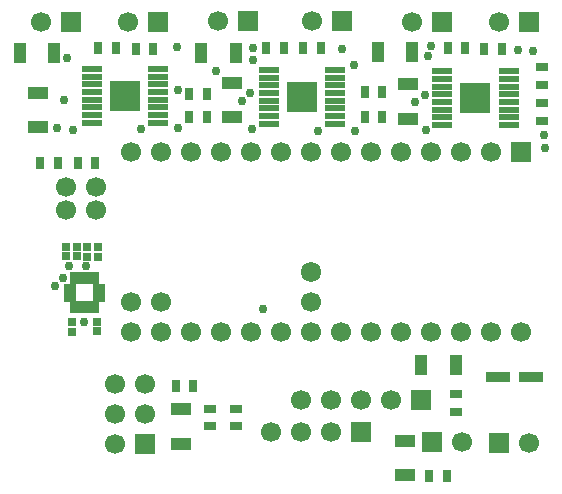
<source format=gts>
G04 Layer_Color=8388736*
%FSLAX25Y25*%
%MOIN*%
G70*
G01*
G75*
%ADD33R,0.07874X0.03347*%
%ADD34R,0.03150X0.04331*%
%ADD35R,0.04331X0.03150*%
%ADD36R,0.07087X0.04331*%
%ADD37R,0.04331X0.07087*%
%ADD38R,0.06890X0.01968*%
%ADD39R,0.09882X0.10472*%
%ADD40R,0.02835X0.02992*%
%ADD41R,0.01968X0.03937*%
%ADD42R,0.03937X0.01968*%
%ADD43R,0.02756X0.02953*%
%ADD44R,0.06693X0.06693*%
%ADD45C,0.06693*%
%ADD46R,0.06693X0.06693*%
%ADD47C,0.06787*%
%ADD48C,0.02953*%
D33*
X274606Y375984D02*
D03*
X263583D02*
D03*
D34*
X246555Y343209D02*
D03*
X240650D02*
D03*
X219185Y471126D02*
D03*
X225091D02*
D03*
X225090Y462661D02*
D03*
X219185D02*
D03*
X160720Y470437D02*
D03*
X166626D02*
D03*
X166626Y462760D02*
D03*
X160721D02*
D03*
X258949Y485594D02*
D03*
X264854D02*
D03*
X198713Y485693D02*
D03*
X204618D02*
D03*
X142807Y485594D02*
D03*
X148713D02*
D03*
X123504Y447494D02*
D03*
X129410D02*
D03*
X117000D02*
D03*
X111095D02*
D03*
X252748Y485693D02*
D03*
X246843D02*
D03*
X192309D02*
D03*
X186403D02*
D03*
X136311D02*
D03*
X130406D02*
D03*
X162008Y373228D02*
D03*
X156103D02*
D03*
D35*
X278240Y473390D02*
D03*
Y479295D02*
D03*
X278240Y467287D02*
D03*
Y461382D02*
D03*
X167618Y365551D02*
D03*
Y359646D02*
D03*
X249705Y364567D02*
D03*
Y370472D02*
D03*
X176181Y365551D02*
D03*
Y359646D02*
D03*
D36*
X232579Y343307D02*
D03*
Y354724D02*
D03*
X158071Y365354D02*
D03*
Y353937D02*
D03*
X233555Y473685D02*
D03*
Y462268D02*
D03*
X174795Y462760D02*
D03*
Y474177D02*
D03*
X110425Y459413D02*
D03*
Y470831D02*
D03*
D37*
X249508Y380020D02*
D03*
X238091D02*
D03*
X223516Y484413D02*
D03*
X234933D02*
D03*
X176173Y484118D02*
D03*
X164756D02*
D03*
X104232Y484055D02*
D03*
X115650D02*
D03*
D38*
X267118Y460102D02*
D03*
Y462661D02*
D03*
Y465220D02*
D03*
Y467779D02*
D03*
Y470339D02*
D03*
Y472898D02*
D03*
Y475457D02*
D03*
Y478016D02*
D03*
X245071Y460102D02*
D03*
Y462661D02*
D03*
Y465220D02*
D03*
Y467779D02*
D03*
Y470339D02*
D03*
Y472898D02*
D03*
Y475457D02*
D03*
Y478016D02*
D03*
X187295Y478508D02*
D03*
Y475949D02*
D03*
Y473390D02*
D03*
Y470831D02*
D03*
Y468272D02*
D03*
Y465713D02*
D03*
Y463154D02*
D03*
Y460595D02*
D03*
X209343Y478508D02*
D03*
Y475949D02*
D03*
Y473390D02*
D03*
Y470831D02*
D03*
Y468272D02*
D03*
Y465713D02*
D03*
Y463154D02*
D03*
Y460595D02*
D03*
X150287Y460890D02*
D03*
Y463449D02*
D03*
Y466008D02*
D03*
Y468567D02*
D03*
Y471126D02*
D03*
Y473685D02*
D03*
Y476244D02*
D03*
Y478803D02*
D03*
X128240Y460890D02*
D03*
Y463449D02*
D03*
Y466008D02*
D03*
Y468567D02*
D03*
Y471126D02*
D03*
Y473685D02*
D03*
Y476244D02*
D03*
Y478803D02*
D03*
D39*
X256095Y469059D02*
D03*
X198319Y469551D02*
D03*
X139264Y469846D02*
D03*
D40*
X130307Y419350D02*
D03*
Y416280D02*
D03*
X126665Y419350D02*
D03*
Y416280D02*
D03*
X129921Y394547D02*
D03*
Y391476D02*
D03*
X121555Y391280D02*
D03*
Y394350D02*
D03*
D41*
X129717Y409169D02*
D03*
X127748D02*
D03*
X125779D02*
D03*
X123811D02*
D03*
X121843D02*
D03*
Y399327D02*
D03*
X123811D02*
D03*
X125779D02*
D03*
X127748D02*
D03*
X129717D02*
D03*
D42*
X120858Y406216D02*
D03*
Y404248D02*
D03*
Y402280D02*
D03*
X130701D02*
D03*
Y404248D02*
D03*
Y406216D02*
D03*
D43*
X123122Y416437D02*
D03*
Y419390D02*
D03*
X119480Y416437D02*
D03*
Y419390D02*
D03*
D44*
X146063Y353937D02*
D03*
X271201Y450984D02*
D03*
D45*
X136063Y353937D02*
D03*
X146063Y363937D02*
D03*
X136063D02*
D03*
X146063Y373937D02*
D03*
X136063D02*
D03*
X129626Y439325D02*
D03*
X119626D02*
D03*
X129626Y431693D02*
D03*
X119626D02*
D03*
X197795Y368504D02*
D03*
X207795D02*
D03*
X217795D02*
D03*
X227795D02*
D03*
X251752Y354528D02*
D03*
X274094Y354232D02*
D03*
X111350Y494488D02*
D03*
X263811D02*
D03*
X234776D02*
D03*
X201508Y494685D02*
D03*
X170405D02*
D03*
X140386Y494488D02*
D03*
X141201Y391142D02*
D03*
X151201D02*
D03*
X161201D02*
D03*
X171201D02*
D03*
X181201D02*
D03*
X191201D02*
D03*
X201201D02*
D03*
X211201D02*
D03*
X221201D02*
D03*
X231201D02*
D03*
X241201D02*
D03*
X251201D02*
D03*
X261201D02*
D03*
X271201D02*
D03*
X141201Y450984D02*
D03*
X151201D02*
D03*
X161201D02*
D03*
X171201D02*
D03*
X181201D02*
D03*
X191201D02*
D03*
X201201D02*
D03*
X211201D02*
D03*
X221201D02*
D03*
X231201D02*
D03*
X241201D02*
D03*
X251201D02*
D03*
X261201D02*
D03*
X207913Y357776D02*
D03*
X197913D02*
D03*
X187913D02*
D03*
X201201Y401142D02*
D03*
X141201D02*
D03*
X151201D02*
D03*
D46*
X237795Y368504D02*
D03*
X241752Y354528D02*
D03*
X264094Y354232D02*
D03*
X121350Y494488D02*
D03*
X273811D02*
D03*
X244776D02*
D03*
X211508Y494685D02*
D03*
X180405D02*
D03*
X150386Y494488D02*
D03*
X217913Y357776D02*
D03*
D47*
X201201Y411142D02*
D03*
D48*
X118988Y468469D02*
D03*
X239571Y458452D02*
D03*
X116626Y459216D02*
D03*
X185433Y398917D02*
D03*
X119973Y482543D02*
D03*
X241429Y486579D02*
D03*
X181783Y485693D02*
D03*
X169480Y478114D02*
D03*
X211705Y485398D02*
D03*
X203732Y458134D02*
D03*
X275287Y484807D02*
D03*
X279134Y452362D02*
D03*
X240248Y483134D02*
D03*
X270169Y485102D02*
D03*
X181783Y481854D02*
D03*
X178191Y468222D02*
D03*
X156783Y471815D02*
D03*
X156587Y486087D02*
D03*
X121843Y458429D02*
D03*
X156882Y459118D02*
D03*
X144480Y458823D02*
D03*
X215642Y480181D02*
D03*
X215839Y458232D02*
D03*
X181488Y458823D02*
D03*
X239178Y470240D02*
D03*
X235819Y467681D02*
D03*
X181095Y470831D02*
D03*
X278951Y456617D02*
D03*
X118595Y409268D02*
D03*
X126378Y412992D02*
D03*
X120669D02*
D03*
X125689Y394587D02*
D03*
X115945Y406496D02*
D03*
M02*

</source>
